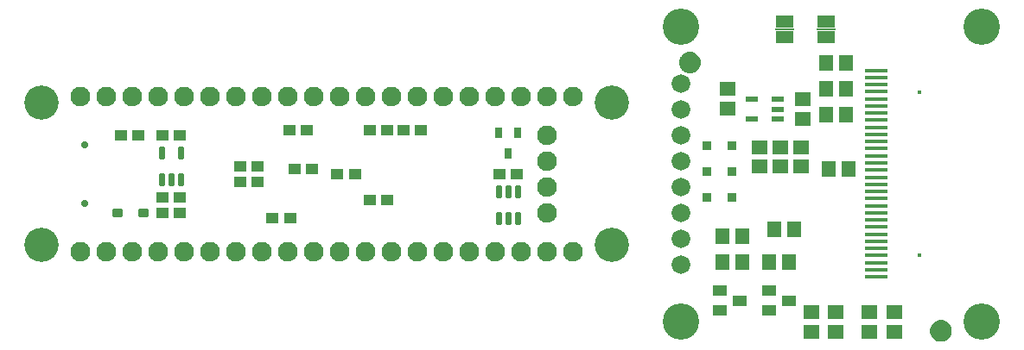
<source format=gbr>
G04 EAGLE Gerber RS-274X export*
G75*
%MOMM*%
%FSLAX34Y34*%
%LPD*%
%INSoldermask Bottom*%
%IPPOS*%
%AMOC8*
5,1,8,0,0,1.08239X$1,22.5*%
G01*
%ADD10C,0.700800*%
%ADD11R,1.150800X1.050800*%
%ADD12R,0.685800X1.066800*%
%ADD13C,1.930400*%
%ADD14C,0.289272*%
%ADD15C,0.414550*%
%ADD16R,2.250800X0.400800*%
%ADD17C,0.450800*%
%ADD18R,1.651000X1.219200*%
%ADD19R,1.828800X0.152400*%
%ADD20R,1.350800X1.550800*%
%ADD21R,1.250800X0.600800*%
%ADD22R,1.550800X1.350800*%
%ADD23R,0.850800X0.850800*%
%ADD24R,1.320800X1.050800*%
%ADD25C,1.828800*%
%ADD26C,3.566800*%
%ADD27C,3.352800*%

G36*
X357662Y98780D02*
X357662Y98780D01*
X357705Y98792D01*
X357771Y98799D01*
X359454Y99250D01*
X359495Y99269D01*
X359558Y99288D01*
X361138Y100025D01*
X361175Y100051D01*
X361234Y100080D01*
X362662Y101080D01*
X362693Y101112D01*
X362746Y101151D01*
X363979Y102384D01*
X364004Y102420D01*
X364050Y102468D01*
X365050Y103896D01*
X365068Y103937D01*
X365105Y103992D01*
X365842Y105572D01*
X365853Y105615D01*
X365880Y105676D01*
X366331Y107359D01*
X366333Y107390D01*
X366340Y107412D01*
X366340Y107427D01*
X366350Y107468D01*
X366502Y109205D01*
X366498Y109249D01*
X366502Y109315D01*
X366350Y111052D01*
X366338Y111095D01*
X366331Y111161D01*
X365880Y112844D01*
X365861Y112885D01*
X365842Y112948D01*
X365105Y114528D01*
X365079Y114565D01*
X365050Y114624D01*
X364050Y116052D01*
X364018Y116083D01*
X363979Y116136D01*
X362746Y117369D01*
X362710Y117394D01*
X362662Y117440D01*
X361234Y118440D01*
X361193Y118458D01*
X361138Y118495D01*
X359558Y119232D01*
X359515Y119243D01*
X359454Y119270D01*
X357771Y119721D01*
X357726Y119724D01*
X357662Y119740D01*
X355925Y119892D01*
X355881Y119888D01*
X355815Y119892D01*
X354078Y119740D01*
X354035Y119728D01*
X353969Y119721D01*
X352286Y119270D01*
X352245Y119251D01*
X352182Y119232D01*
X350602Y118495D01*
X350565Y118469D01*
X350506Y118440D01*
X349078Y117440D01*
X349047Y117408D01*
X348994Y117369D01*
X347761Y116136D01*
X347736Y116100D01*
X347690Y116052D01*
X346690Y114624D01*
X346672Y114583D01*
X346635Y114528D01*
X345898Y112948D01*
X345887Y112905D01*
X345860Y112844D01*
X345409Y111161D01*
X345406Y111116D01*
X345390Y111052D01*
X345238Y109315D01*
X345242Y109271D01*
X345238Y109205D01*
X345390Y107468D01*
X345402Y107425D01*
X345406Y107391D01*
X345406Y107375D01*
X345408Y107370D01*
X345409Y107359D01*
X345860Y105676D01*
X345879Y105635D01*
X345898Y105572D01*
X346635Y103992D01*
X346661Y103955D01*
X346690Y103896D01*
X347690Y102468D01*
X347722Y102437D01*
X347761Y102384D01*
X348994Y101151D01*
X349030Y101126D01*
X349078Y101080D01*
X350506Y100080D01*
X350547Y100062D01*
X350602Y100025D01*
X352182Y99288D01*
X352225Y99277D01*
X352286Y99250D01*
X353969Y98799D01*
X354014Y98796D01*
X354078Y98780D01*
X355815Y98628D01*
X355859Y98632D01*
X355925Y98628D01*
X357662Y98780D01*
G37*
G36*
X603622Y-164630D02*
X603622Y-164630D01*
X603665Y-164618D01*
X603731Y-164611D01*
X605414Y-164160D01*
X605455Y-164141D01*
X605518Y-164122D01*
X607098Y-163385D01*
X607135Y-163359D01*
X607194Y-163330D01*
X608622Y-162330D01*
X608653Y-162298D01*
X608706Y-162259D01*
X609939Y-161026D01*
X609964Y-160990D01*
X610010Y-160942D01*
X611010Y-159514D01*
X611028Y-159473D01*
X611065Y-159418D01*
X611802Y-157838D01*
X611813Y-157795D01*
X611840Y-157734D01*
X612291Y-156051D01*
X612293Y-156020D01*
X612300Y-155998D01*
X612300Y-155983D01*
X612310Y-155942D01*
X612462Y-154205D01*
X612458Y-154161D01*
X612462Y-154095D01*
X612310Y-152358D01*
X612298Y-152315D01*
X612291Y-152249D01*
X611840Y-150566D01*
X611821Y-150525D01*
X611802Y-150462D01*
X611065Y-148882D01*
X611039Y-148845D01*
X611010Y-148786D01*
X610010Y-147358D01*
X609978Y-147327D01*
X609939Y-147274D01*
X608706Y-146041D01*
X608670Y-146016D01*
X608622Y-145970D01*
X607194Y-144970D01*
X607153Y-144952D01*
X607098Y-144915D01*
X605518Y-144178D01*
X605475Y-144167D01*
X605414Y-144140D01*
X603731Y-143689D01*
X603686Y-143686D01*
X603622Y-143670D01*
X601885Y-143518D01*
X601841Y-143522D01*
X601775Y-143518D01*
X600038Y-143670D01*
X599995Y-143682D01*
X599929Y-143689D01*
X598246Y-144140D01*
X598205Y-144159D01*
X598142Y-144178D01*
X596562Y-144915D01*
X596525Y-144941D01*
X596466Y-144970D01*
X595038Y-145970D01*
X595007Y-146002D01*
X594954Y-146041D01*
X593721Y-147274D01*
X593696Y-147310D01*
X593650Y-147358D01*
X592650Y-148786D01*
X592632Y-148827D01*
X592595Y-148882D01*
X591858Y-150462D01*
X591847Y-150505D01*
X591820Y-150566D01*
X591369Y-152249D01*
X591366Y-152294D01*
X591350Y-152358D01*
X591198Y-154095D01*
X591202Y-154139D01*
X591198Y-154205D01*
X591350Y-155942D01*
X591362Y-155985D01*
X591366Y-156019D01*
X591366Y-156035D01*
X591368Y-156040D01*
X591369Y-156051D01*
X591820Y-157734D01*
X591839Y-157775D01*
X591858Y-157838D01*
X592595Y-159418D01*
X592621Y-159455D01*
X592650Y-159514D01*
X593650Y-160942D01*
X593682Y-160973D01*
X593721Y-161026D01*
X594954Y-162259D01*
X594990Y-162284D01*
X595038Y-162330D01*
X596466Y-163330D01*
X596507Y-163348D01*
X596562Y-163385D01*
X598142Y-164122D01*
X598185Y-164133D01*
X598246Y-164160D01*
X599929Y-164611D01*
X599974Y-164614D01*
X600038Y-164630D01*
X601775Y-164782D01*
X601819Y-164778D01*
X601885Y-164782D01*
X603622Y-164630D01*
G37*
D10*
X-236700Y28900D03*
X-236700Y-28900D03*
D11*
X-160900Y38100D03*
X-143900Y38100D03*
D12*
X177800Y20480D03*
X187300Y40480D03*
X168300Y40480D03*
D11*
X27550Y0D03*
X10550Y0D03*
D13*
X241300Y-76200D03*
X215900Y-76200D03*
X190500Y-76200D03*
X165100Y-76200D03*
X139700Y-76200D03*
X114300Y-76200D03*
X88900Y-76200D03*
X63500Y-76200D03*
X38100Y-76200D03*
X12700Y-76200D03*
X-12700Y-76200D03*
X-38100Y-76200D03*
X-63500Y-76200D03*
X-88900Y-76200D03*
X-114300Y-76200D03*
X-139700Y-76200D03*
X-165100Y-76200D03*
X-190500Y-76200D03*
X-215900Y-76200D03*
X-241300Y-76200D03*
X241300Y76200D03*
X215900Y76200D03*
X190500Y76200D03*
X165100Y76200D03*
X139700Y76200D03*
X114300Y76200D03*
X88900Y76200D03*
X63500Y76200D03*
X38100Y76200D03*
X12700Y76200D03*
X-12700Y76200D03*
X-38100Y76200D03*
X-63500Y76200D03*
X-88900Y76200D03*
X-114300Y76200D03*
X-139700Y76200D03*
X-165100Y76200D03*
X-190500Y76200D03*
X-215900Y76200D03*
X-241300Y76200D03*
X215900Y-38100D03*
X215900Y-12700D03*
X215900Y12700D03*
X215900Y38100D03*
D11*
X-67700Y-7620D03*
X-84700Y-7620D03*
X-67700Y7620D03*
X-84700Y7620D03*
X-160900Y-22860D03*
X-143900Y-22860D03*
X59300Y43180D03*
X42300Y43180D03*
X-14360Y5080D03*
X-31360Y5080D03*
X-52950Y-43180D03*
X-35950Y-43180D03*
X42300Y-25400D03*
X59300Y-25400D03*
X-160900Y-38100D03*
X-143900Y-38100D03*
D14*
X-176532Y-35292D02*
X-184148Y-35292D01*
X-176532Y-35292D02*
X-176532Y-40908D01*
X-184148Y-40908D01*
X-184148Y-35292D01*
X-184148Y-38160D02*
X-176532Y-38160D01*
X-176532Y-35412D02*
X-184148Y-35412D01*
X-201932Y-35292D02*
X-209548Y-35292D01*
X-201932Y-35292D02*
X-201932Y-40908D01*
X-209548Y-40908D01*
X-209548Y-35292D01*
X-209548Y-38160D02*
X-201932Y-38160D01*
X-201932Y-35412D02*
X-209548Y-35412D01*
D15*
X-143831Y-1200D02*
X-141969Y-1200D01*
X-141969Y-9562D01*
X-143831Y-9562D01*
X-143831Y-1200D01*
X-143831Y-5623D02*
X-141969Y-5623D01*
X-141969Y-1684D02*
X-143831Y-1684D01*
X-151469Y-1200D02*
X-153331Y-1200D01*
X-151469Y-1200D02*
X-151469Y-9562D01*
X-153331Y-9562D01*
X-153331Y-1200D01*
X-153331Y-5623D02*
X-151469Y-5623D01*
X-151469Y-1684D02*
X-153331Y-1684D01*
X-160969Y-1200D02*
X-162831Y-1200D01*
X-160969Y-1200D02*
X-160969Y-9562D01*
X-162831Y-9562D01*
X-162831Y-1200D01*
X-162831Y-5623D02*
X-160969Y-5623D01*
X-160969Y-1684D02*
X-162831Y-1684D01*
X-162831Y24802D02*
X-160969Y24802D01*
X-160969Y16440D01*
X-162831Y16440D01*
X-162831Y24802D01*
X-162831Y20379D02*
X-160969Y20379D01*
X-160969Y24318D02*
X-162831Y24318D01*
X-143831Y24802D02*
X-141969Y24802D01*
X-141969Y16440D01*
X-143831Y16440D01*
X-143831Y24802D01*
X-143831Y20379D02*
X-141969Y20379D01*
X-141969Y24318D02*
X-143831Y24318D01*
D11*
X-184540Y38100D03*
X-201540Y38100D03*
X-19440Y43180D03*
X-36440Y43180D03*
X75320Y43180D03*
X92320Y43180D03*
D15*
X167369Y-21660D02*
X169231Y-21660D01*
X167369Y-21660D02*
X167369Y-13298D01*
X169231Y-13298D01*
X169231Y-21660D01*
X169231Y-17721D02*
X167369Y-17721D01*
X167369Y-13782D02*
X169231Y-13782D01*
X176869Y-21660D02*
X178731Y-21660D01*
X176869Y-21660D02*
X176869Y-13298D01*
X178731Y-13298D01*
X178731Y-21660D01*
X178731Y-17721D02*
X176869Y-17721D01*
X176869Y-13782D02*
X178731Y-13782D01*
X186369Y-21660D02*
X188231Y-21660D01*
X186369Y-21660D02*
X186369Y-13298D01*
X188231Y-13298D01*
X188231Y-21660D01*
X188231Y-17721D02*
X186369Y-17721D01*
X186369Y-13782D02*
X188231Y-13782D01*
X188231Y-47662D02*
X186369Y-47662D01*
X186369Y-39300D01*
X188231Y-39300D01*
X188231Y-47662D01*
X188231Y-43723D02*
X186369Y-43723D01*
X186369Y-39784D02*
X188231Y-39784D01*
X169231Y-47662D02*
X167369Y-47662D01*
X167369Y-39300D01*
X169231Y-39300D01*
X169231Y-47662D01*
X169231Y-43723D02*
X167369Y-43723D01*
X167369Y-39784D02*
X169231Y-39784D01*
X176869Y-39300D02*
X178731Y-39300D01*
X178731Y-47662D01*
X176869Y-47662D01*
X176869Y-39300D01*
X176869Y-43723D02*
X178731Y-43723D01*
X178731Y-39784D02*
X176869Y-39784D01*
D11*
X169300Y0D03*
X186300Y0D03*
D16*
X538410Y-101240D03*
X538410Y-94240D03*
X538410Y-87240D03*
X538410Y-80240D03*
X538410Y-73240D03*
X538410Y-66240D03*
X538410Y-59240D03*
X538410Y-52240D03*
X538410Y-45240D03*
X538410Y-38240D03*
X538410Y-31240D03*
X538410Y-24240D03*
X538410Y-17240D03*
X538410Y-10240D03*
X538410Y-3240D03*
X538410Y3760D03*
X538410Y10760D03*
X538410Y17760D03*
X538410Y24760D03*
X538410Y31760D03*
X538410Y38760D03*
X538410Y45760D03*
X538410Y52760D03*
X538410Y59760D03*
X538410Y66760D03*
X538410Y73760D03*
X538410Y80760D03*
X538410Y87760D03*
X538410Y94760D03*
X538410Y101760D03*
D17*
X580910Y-79740D03*
X580910Y80260D03*
D18*
X448630Y149860D03*
X448630Y134620D03*
D19*
X448630Y142240D03*
D18*
X489430Y149860D03*
X489430Y134620D03*
D19*
X489430Y142240D03*
D20*
X492150Y5080D03*
X511150Y5080D03*
D21*
X442261Y73000D03*
X442261Y63500D03*
X442261Y54000D03*
X416259Y54000D03*
X416259Y73000D03*
D22*
X392430Y83160D03*
X392430Y64160D03*
X466090Y73000D03*
X466090Y54000D03*
D23*
X372810Y27940D03*
X396810Y27940D03*
X372810Y2540D03*
X396810Y2540D03*
X372810Y-22860D03*
X396810Y-22860D03*
D22*
X424180Y7010D03*
X424180Y26010D03*
X444500Y7010D03*
X444500Y26010D03*
X464820Y7010D03*
X464820Y26010D03*
D20*
X438890Y-54610D03*
X457890Y-54610D03*
X388010Y-86360D03*
X407010Y-86360D03*
X452810Y-86360D03*
X433810Y-86360D03*
X407010Y-60960D03*
X388010Y-60960D03*
D24*
X453310Y-124460D03*
X433310Y-114960D03*
X433310Y-133960D03*
X404970Y-124460D03*
X384970Y-114960D03*
X384970Y-133960D03*
D25*
X347530Y-89160D03*
X347530Y-63760D03*
X347530Y-38360D03*
X347530Y-12960D03*
X347530Y12440D03*
X347530Y37840D03*
X347530Y63240D03*
X347530Y88640D03*
D20*
X489610Y58420D03*
X508610Y58420D03*
D22*
X555950Y-154940D03*
X555950Y-135940D03*
X531820Y-154940D03*
X531820Y-135940D03*
D20*
X489610Y109220D03*
X508610Y109220D03*
D22*
X474750Y-135940D03*
X474750Y-154940D03*
D20*
X489610Y83820D03*
X508610Y83820D03*
D22*
X498880Y-135940D03*
X498880Y-154940D03*
D26*
X346830Y144740D03*
X641830Y-145260D03*
X641830Y144740D03*
X346830Y-145260D03*
D27*
X-279400Y69850D03*
X-279400Y-69850D03*
X279400Y-69850D03*
X279400Y69850D03*
M02*

</source>
